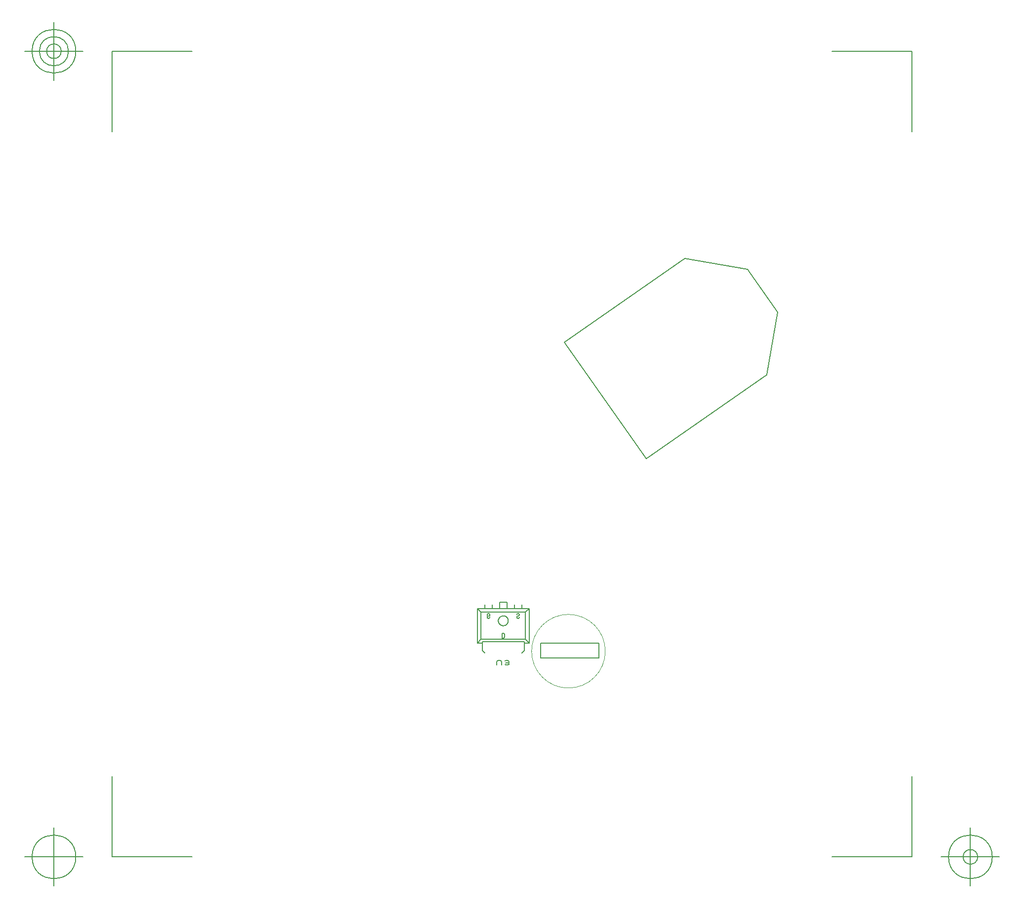
<source format=gbr>
G04 Generated by Ultiboard 11.0 *
%FSLAX25Y25*%
%MOIN*%

%ADD10C,0.00800*%
%ADD11C,0.00005*%
%ADD12C,0.00500*%


G04 ColorRGB FF14FF for the following layer *
%LNSilkscreen Bottom*%
%LPD*%
%FSLAX25Y25*%
%MOIN*%
G54D10*
X221556Y128178D02*
X221556Y130559D01*
X221556Y130559D02*
X222667Y131154D01*
X222667Y131154D02*
X223778Y131154D01*
X223778Y131154D02*
X224889Y130559D01*
X224889Y130559D02*
X224889Y128178D01*
X227111Y128475D02*
X227667Y128178D01*
X227667Y128178D02*
X228778Y128178D01*
X228778Y128178D02*
X229889Y128773D01*
X229889Y128773D02*
X229889Y129368D01*
X229889Y129368D02*
X229333Y129666D01*
X229333Y129666D02*
X229889Y129963D01*
X229889Y129963D02*
X229889Y130559D01*
X229889Y130559D02*
X228778Y131154D01*
X228778Y131154D02*
X227667Y131154D01*
X227667Y131154D02*
X227111Y130856D01*
X227667Y129666D02*
X229333Y129666D01*
X290646Y133000D02*
X251276Y133000D01*
X251276Y143000D02*
X290646Y143000D01*
X251276Y133000D02*
X251276Y143000D01*
X290646Y143000D02*
X290646Y133000D01*
X240167Y143917D02*
X211833Y143917D01*
X241000Y145583D02*
X211000Y145583D01*
X211000Y163917D02*
X241000Y163917D01*
X208500Y166417D02*
X243500Y166417D01*
X208500Y143083D02*
X208500Y166417D01*
X211000Y145583D02*
X211000Y163917D01*
X211833Y143917D02*
X211833Y138083D01*
X211833Y138083D02*
X213500Y136417D01*
X211000Y145583D02*
X208500Y143083D01*
X211833Y143083D02*
X208500Y143083D01*
X218500Y166417D02*
X218500Y168917D01*
X211000Y163917D02*
X208500Y166417D01*
X213500Y166417D02*
X213500Y168917D01*
X215167Y160583D02*
X215170Y160511D01*
X215170Y160511D02*
X215179Y160439D01*
X215179Y160439D02*
X215195Y160368D01*
X215195Y160368D02*
X215217Y160298D01*
X215217Y160298D02*
X215245Y160231D01*
X215245Y160231D02*
X215278Y160167D01*
X215278Y160167D02*
X215317Y160105D01*
X215317Y160105D02*
X215362Y160048D01*
X215362Y160048D02*
X215411Y159994D01*
X215411Y159994D02*
X215464Y159945D01*
X215464Y159945D02*
X215522Y159901D01*
X215522Y159901D02*
X215583Y159862D01*
X215583Y159862D02*
X215648Y159828D01*
X215648Y159828D02*
X215715Y159800D01*
X215715Y159800D02*
X215784Y159779D01*
X215784Y159779D02*
X215855Y159763D01*
X215855Y159763D02*
X215927Y159753D01*
X215927Y159753D02*
X216000Y159750D01*
X216000Y159750D02*
X216073Y159753D01*
X216073Y159753D02*
X216145Y159763D01*
X216145Y159763D02*
X216216Y159779D01*
X216216Y159779D02*
X216285Y159800D01*
X216285Y159800D02*
X216352Y159828D01*
X216352Y159828D02*
X216417Y159862D01*
X216417Y159862D02*
X216478Y159901D01*
X216478Y159901D02*
X216536Y159945D01*
X216536Y159945D02*
X216589Y159994D01*
X216589Y159994D02*
X216638Y160048D01*
X216638Y160048D02*
X216683Y160105D01*
X216683Y160105D02*
X216722Y160167D01*
X216722Y160167D02*
X216755Y160231D01*
X216755Y160231D02*
X216783Y160298D01*
X216783Y160298D02*
X216805Y160368D01*
X216805Y160368D02*
X216821Y160439D01*
X216821Y160439D02*
X216830Y160511D01*
X216830Y160511D02*
X216833Y160583D01*
X216833Y162250D02*
X216830Y162323D01*
X216830Y162323D02*
X216821Y162395D01*
X216821Y162395D02*
X216805Y162466D01*
X216805Y162466D02*
X216783Y162535D01*
X216783Y162535D02*
X216755Y162602D01*
X216755Y162602D02*
X216722Y162667D01*
X216722Y162667D02*
X216683Y162728D01*
X216683Y162728D02*
X216638Y162786D01*
X216638Y162786D02*
X216589Y162839D01*
X216589Y162839D02*
X216536Y162888D01*
X216536Y162888D02*
X216478Y162933D01*
X216478Y162933D02*
X216417Y162972D01*
X216417Y162972D02*
X216352Y163005D01*
X216352Y163005D02*
X216285Y163033D01*
X216285Y163033D02*
X216216Y163055D01*
X216216Y163055D02*
X216145Y163071D01*
X216145Y163071D02*
X216073Y163080D01*
X216073Y163080D02*
X216000Y163083D01*
X216000Y163083D02*
X215927Y163080D01*
X215927Y163080D02*
X215855Y163071D01*
X215855Y163071D02*
X215784Y163055D01*
X215784Y163055D02*
X215715Y163033D01*
X215715Y163033D02*
X215648Y163005D01*
X215648Y163005D02*
X215583Y162972D01*
X215583Y162972D02*
X215522Y162933D01*
X215522Y162933D02*
X215464Y162888D01*
X215464Y162888D02*
X215411Y162839D01*
X215411Y162839D02*
X215362Y162786D01*
X215362Y162786D02*
X215317Y162728D01*
X215317Y162728D02*
X215278Y162667D01*
X215278Y162667D02*
X215245Y162602D01*
X215245Y162602D02*
X215217Y162535D01*
X215217Y162535D02*
X215195Y162466D01*
X215195Y162466D02*
X215179Y162395D01*
X215179Y162395D02*
X215170Y162323D01*
X215170Y162323D02*
X215167Y162250D01*
X215167Y162250D02*
X215167Y162250D01*
X216833Y162250D02*
X216833Y161417D01*
X216833Y161417D02*
X216000Y161417D01*
X215167Y160583D02*
X215167Y162250D01*
X229333Y158083D02*
X229321Y158374D01*
X229321Y158374D02*
X229283Y158662D01*
X229283Y158662D02*
X229220Y158946D01*
X229220Y158946D02*
X229132Y159224D01*
X229132Y159224D02*
X229021Y159492D01*
X229021Y159492D02*
X228887Y159750D01*
X228887Y159750D02*
X228731Y159995D01*
X228731Y159995D02*
X228553Y160226D01*
X228553Y160226D02*
X228357Y160440D01*
X228357Y160440D02*
X228143Y160637D01*
X228143Y160637D02*
X227912Y160814D01*
X227912Y160814D02*
X227667Y160970D01*
X227667Y160970D02*
X227409Y161104D01*
X227409Y161104D02*
X227140Y161216D01*
X227140Y161216D02*
X226863Y161303D01*
X226863Y161303D02*
X226579Y161366D01*
X226579Y161366D02*
X226291Y161404D01*
X226291Y161404D02*
X226000Y161417D01*
X226000Y161417D02*
X225709Y161404D01*
X225709Y161404D02*
X225421Y161366D01*
X225421Y161366D02*
X225137Y161303D01*
X225137Y161303D02*
X224860Y161216D01*
X224860Y161216D02*
X224591Y161104D01*
X224591Y161104D02*
X224333Y160970D01*
X224333Y160970D02*
X224088Y160814D01*
X224088Y160814D02*
X223857Y160637D01*
X223857Y160637D02*
X223643Y160440D01*
X223643Y160440D02*
X223447Y160226D01*
X223447Y160226D02*
X223269Y159995D01*
X223269Y159995D02*
X223113Y159750D01*
X223113Y159750D02*
X222979Y159492D01*
X222979Y159492D02*
X222868Y159224D01*
X222868Y159224D02*
X222780Y158946D01*
X222780Y158946D02*
X222717Y158662D01*
X222717Y158662D02*
X222679Y158374D01*
X222679Y158374D02*
X222667Y158083D01*
X222667Y158083D02*
X222679Y157793D01*
X222679Y157793D02*
X222717Y157505D01*
X222717Y157505D02*
X222780Y157221D01*
X222780Y157221D02*
X222868Y156943D01*
X222868Y156943D02*
X222979Y156675D01*
X222979Y156675D02*
X223113Y156417D01*
X223113Y156417D02*
X223269Y156172D01*
X223269Y156172D02*
X223447Y155941D01*
X223447Y155941D02*
X223643Y155726D01*
X223643Y155726D02*
X223857Y155530D01*
X223857Y155530D02*
X224088Y155353D01*
X224088Y155353D02*
X224333Y155197D01*
X224333Y155197D02*
X224591Y155062D01*
X224591Y155062D02*
X224860Y154951D01*
X224860Y154951D02*
X225137Y154864D01*
X225137Y154864D02*
X225421Y154801D01*
X225421Y154801D02*
X225709Y154763D01*
X225709Y154763D02*
X226000Y154750D01*
X226000Y154750D02*
X226291Y154763D01*
X226291Y154763D02*
X226579Y154801D01*
X226579Y154801D02*
X226863Y154864D01*
X226863Y154864D02*
X227140Y154951D01*
X227140Y154951D02*
X227409Y155062D01*
X227409Y155062D02*
X227667Y155197D01*
X227667Y155197D02*
X227912Y155353D01*
X227912Y155353D02*
X228143Y155530D01*
X228143Y155530D02*
X228357Y155726D01*
X228357Y155726D02*
X228553Y155941D01*
X228553Y155941D02*
X228731Y156172D01*
X228731Y156172D02*
X228887Y156417D01*
X228887Y156417D02*
X229021Y156675D01*
X229021Y156675D02*
X229132Y156943D01*
X229132Y156943D02*
X229220Y157221D01*
X229220Y157221D02*
X229283Y157505D01*
X229283Y157505D02*
X229321Y157793D01*
X229321Y157793D02*
X229333Y158083D01*
X243500Y166417D02*
X243500Y143083D01*
X241000Y163917D02*
X241000Y145583D01*
X226833Y148917D02*
X226830Y148989D01*
X226830Y148989D02*
X226821Y149061D01*
X226821Y149061D02*
X226805Y149132D01*
X226805Y149132D02*
X226783Y149202D01*
X226783Y149202D02*
X226755Y149269D01*
X226755Y149269D02*
X226722Y149333D01*
X226722Y149333D02*
X226683Y149395D01*
X226683Y149395D02*
X226638Y149452D01*
X226638Y149452D02*
X226589Y149506D01*
X226589Y149506D02*
X226536Y149555D01*
X226536Y149555D02*
X226478Y149599D01*
X226478Y149599D02*
X226417Y149638D01*
X226417Y149638D02*
X226352Y149672D01*
X226352Y149672D02*
X226285Y149700D01*
X226285Y149700D02*
X226216Y149721D01*
X226216Y149721D02*
X226145Y149737D01*
X226145Y149737D02*
X226073Y149747D01*
X226073Y149747D02*
X226000Y149750D01*
X226000Y149750D02*
X226000Y149750D01*
X225167Y146417D02*
X225167Y149750D01*
X226833Y148917D02*
X226833Y147250D01*
X226000Y146417D02*
X225167Y146417D01*
X226000Y146417D02*
X226073Y146420D01*
X226073Y146420D02*
X226145Y146429D01*
X226145Y146429D02*
X226216Y146445D01*
X226216Y146445D02*
X226285Y146467D01*
X226285Y146467D02*
X226352Y146495D01*
X226352Y146495D02*
X226417Y146528D01*
X226417Y146528D02*
X226478Y146567D01*
X226478Y146567D02*
X226536Y146612D01*
X226536Y146612D02*
X226589Y146661D01*
X226589Y146661D02*
X226638Y146714D01*
X226638Y146714D02*
X226683Y146772D01*
X226683Y146772D02*
X226722Y146833D01*
X226722Y146833D02*
X226755Y146898D01*
X226755Y146898D02*
X226783Y146965D01*
X226783Y146965D02*
X226805Y147034D01*
X226805Y147034D02*
X226821Y147105D01*
X226821Y147105D02*
X226830Y147177D01*
X226830Y147177D02*
X226833Y147250D01*
X225167Y149750D02*
X226000Y149750D01*
X240167Y138083D02*
X240167Y143917D01*
X238500Y136417D02*
X240167Y138083D01*
X243500Y143083D02*
X240167Y143083D01*
X243500Y143083D02*
X241000Y145583D01*
X236000Y161417D02*
X235927Y161414D01*
X235927Y161414D02*
X235855Y161404D01*
X235855Y161404D02*
X235784Y161388D01*
X235784Y161388D02*
X235715Y161367D01*
X235715Y161367D02*
X235648Y161339D01*
X235648Y161339D02*
X235583Y161305D01*
X235583Y161305D02*
X235522Y161266D01*
X235522Y161266D02*
X235464Y161222D01*
X235464Y161222D02*
X235411Y161173D01*
X235411Y161173D02*
X235362Y161119D01*
X235362Y161119D02*
X235317Y161061D01*
X235317Y161061D02*
X235278Y161000D01*
X235278Y161000D02*
X235245Y160936D01*
X235245Y160936D02*
X235217Y160868D01*
X235217Y160868D02*
X235195Y160799D01*
X235195Y160799D02*
X235179Y160728D01*
X235179Y160728D02*
X235170Y160656D01*
X235170Y160656D02*
X235167Y160583D01*
X235167Y160583D02*
X235170Y160511D01*
X235170Y160511D02*
X235179Y160439D01*
X235179Y160439D02*
X235195Y160368D01*
X235195Y160368D02*
X235217Y160298D01*
X235217Y160298D02*
X235245Y160231D01*
X235245Y160231D02*
X235278Y160167D01*
X235278Y160167D02*
X235317Y160105D01*
X235317Y160105D02*
X235362Y160048D01*
X235362Y160048D02*
X235411Y159994D01*
X235411Y159994D02*
X235464Y159945D01*
X235464Y159945D02*
X235522Y159901D01*
X235522Y159901D02*
X235583Y159862D01*
X235583Y159862D02*
X235648Y159828D01*
X235648Y159828D02*
X235715Y159800D01*
X235715Y159800D02*
X235784Y159779D01*
X235784Y159779D02*
X235855Y159763D01*
X235855Y159763D02*
X235927Y159753D01*
X235927Y159753D02*
X236000Y159750D01*
X236000Y159750D02*
X236073Y159753D01*
X236073Y159753D02*
X236145Y159763D01*
X236145Y159763D02*
X236216Y159779D01*
X236216Y159779D02*
X236285Y159800D01*
X236285Y159800D02*
X236352Y159828D01*
X236352Y159828D02*
X236417Y159862D01*
X236417Y159862D02*
X236478Y159901D01*
X236478Y159901D02*
X236536Y159945D01*
X236536Y159945D02*
X236589Y159994D01*
X236589Y159994D02*
X236638Y160048D01*
X236638Y160048D02*
X236683Y160105D01*
X236683Y160105D02*
X236722Y160167D01*
X236722Y160167D02*
X236755Y160231D01*
X236755Y160231D02*
X236783Y160298D01*
X236783Y160298D02*
X236805Y160368D01*
X236805Y160368D02*
X236821Y160439D01*
X236821Y160439D02*
X236830Y160511D01*
X236830Y160511D02*
X236833Y160583D01*
X236000Y161417D02*
X236073Y161420D01*
X236073Y161420D02*
X236145Y161429D01*
X236145Y161429D02*
X236216Y161445D01*
X236216Y161445D02*
X236285Y161467D01*
X236285Y161467D02*
X236352Y161495D01*
X236352Y161495D02*
X236417Y161528D01*
X236417Y161528D02*
X236478Y161567D01*
X236478Y161567D02*
X236536Y161612D01*
X236536Y161612D02*
X236589Y161661D01*
X236589Y161661D02*
X236638Y161714D01*
X236638Y161714D02*
X236683Y161772D01*
X236683Y161772D02*
X236722Y161833D01*
X236722Y161833D02*
X236755Y161898D01*
X236755Y161898D02*
X236783Y161965D01*
X236783Y161965D02*
X236805Y162034D01*
X236805Y162034D02*
X236821Y162105D01*
X236821Y162105D02*
X236830Y162177D01*
X236830Y162177D02*
X236833Y162250D01*
X236833Y162250D02*
X236830Y162323D01*
X236830Y162323D02*
X236821Y162395D01*
X236821Y162395D02*
X236805Y162466D01*
X236805Y162466D02*
X236783Y162535D01*
X236783Y162535D02*
X236755Y162602D01*
X236755Y162602D02*
X236722Y162667D01*
X236722Y162667D02*
X236683Y162728D01*
X236683Y162728D02*
X236638Y162786D01*
X236638Y162786D02*
X236589Y162839D01*
X236589Y162839D02*
X236536Y162888D01*
X236536Y162888D02*
X236478Y162933D01*
X236478Y162933D02*
X236417Y162972D01*
X236417Y162972D02*
X236352Y163005D01*
X236352Y163005D02*
X236285Y163033D01*
X236285Y163033D02*
X236216Y163055D01*
X236216Y163055D02*
X236145Y163071D01*
X236145Y163071D02*
X236073Y163080D01*
X236073Y163080D02*
X236000Y163083D01*
X236000Y163083D02*
X235927Y163080D01*
X235927Y163080D02*
X235855Y163071D01*
X235855Y163071D02*
X235784Y163055D01*
X235784Y163055D02*
X235715Y163033D01*
X235715Y163033D02*
X235648Y163005D01*
X235648Y163005D02*
X235583Y162972D01*
X235583Y162972D02*
X235522Y162933D01*
X235522Y162933D02*
X235464Y162888D01*
X235464Y162888D02*
X235411Y162839D01*
X235411Y162839D02*
X235362Y162786D01*
X235362Y162786D02*
X235317Y162728D01*
X235317Y162728D02*
X235278Y162667D01*
X235278Y162667D02*
X235245Y162602D01*
X235245Y162602D02*
X235217Y162535D01*
X235217Y162535D02*
X235195Y162466D01*
X235195Y162466D02*
X235179Y162395D01*
X235179Y162395D02*
X235170Y162323D01*
X235170Y162323D02*
X235167Y162250D01*
X235167Y162250D02*
X235167Y162250D01*
X228500Y170583D02*
X228500Y166417D01*
X223500Y170583D02*
X228500Y170583D01*
X223500Y166417D02*
X223500Y170583D01*
X233500Y166417D02*
X233500Y168917D01*
X238500Y166417D02*
X238500Y168917D01*
X243500Y166417D02*
X241000Y163917D01*
X322411Y267495D02*
X403746Y324446D01*
X391022Y395608D02*
X348692Y403072D01*
X348692Y403072D02*
X267357Y346121D01*
X267357Y346121D02*
X322411Y267495D01*
X411210Y366776D02*
X391022Y395608D01*
X403746Y324446D02*
X411210Y366776D01*
G54D11*
X245115Y137500D02*
G75*
D01*
G02X245115Y137500I24885J0*
G01*
G54D12*
X-38000Y-1500D02*
X-38000Y52950D01*
X-38000Y-1500D02*
X16000Y-1500D01*
X502000Y-1500D02*
X448000Y-1500D01*
X502000Y-1500D02*
X502000Y52950D01*
X502000Y543000D02*
X502000Y488550D01*
X502000Y543000D02*
X448000Y543000D01*
X-38000Y543000D02*
X16000Y543000D01*
X-38000Y543000D02*
X-38000Y488550D01*
X-57685Y-1500D02*
X-97055Y-1500D01*
X-77370Y-21185D02*
X-77370Y18185D01*
X-92134Y-1500D02*
G75*
D01*
G02X-92134Y-1500I14764J0*
G01*
X521685Y-1500D02*
X561055Y-1500D01*
X541370Y-21185D02*
X541370Y18185D01*
X526606Y-1500D02*
G75*
D01*
G02X526606Y-1500I14764J0*
G01*
X536449Y-1500D02*
G75*
D01*
G02X536449Y-1500I4921J0*
G01*
X-57685Y543000D02*
X-97055Y543000D01*
X-77370Y523315D02*
X-77370Y562685D01*
X-92134Y543000D02*
G75*
D01*
G02X-92134Y543000I14764J0*
G01*
X-87213Y543000D02*
G75*
D01*
G02X-87213Y543000I9843J0*
G01*
X-82291Y543000D02*
G75*
D01*
G02X-82291Y543000I4921J0*
G01*

M00*

</source>
